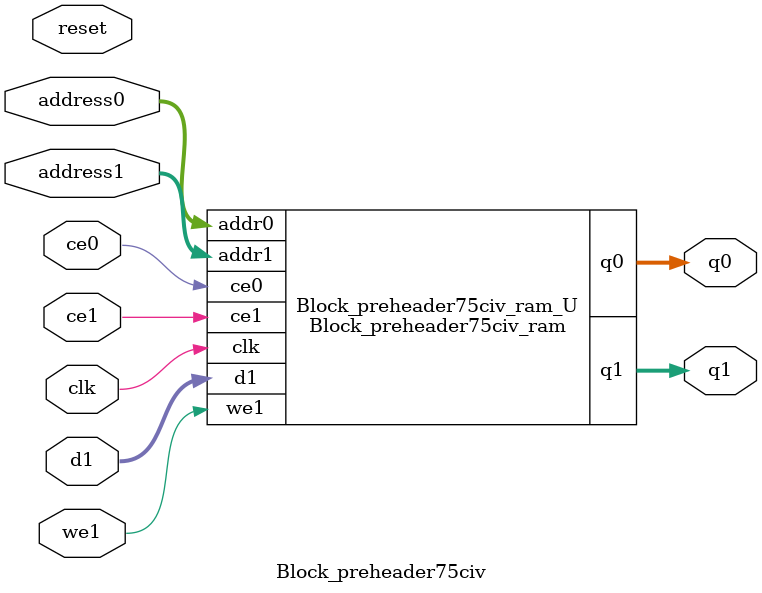
<source format=v>
`timescale 1 ns / 1 ps
module Block_preheader75civ_ram (addr0, ce0, q0, addr1, ce1, d1, we1, q1,  clk);

parameter DWIDTH = 5;
parameter AWIDTH = 8;
parameter MEM_SIZE = 192;

input[AWIDTH-1:0] addr0;
input ce0;
output reg[DWIDTH-1:0] q0;
input[AWIDTH-1:0] addr1;
input ce1;
input[DWIDTH-1:0] d1;
input we1;
output reg[DWIDTH-1:0] q1;
input clk;

(* ram_style = "distributed" *)reg [DWIDTH-1:0] ram[0:MEM_SIZE-1];




always @(posedge clk)  
begin 
    if (ce0) begin
        q0 <= ram[addr0];
    end
end


always @(posedge clk)  
begin 
    if (ce1) begin
        if (we1) 
            ram[addr1] <= d1; 
        q1 <= ram[addr1];
    end
end


endmodule

`timescale 1 ns / 1 ps
module Block_preheader75civ(
    reset,
    clk,
    address0,
    ce0,
    q0,
    address1,
    ce1,
    we1,
    d1,
    q1);

parameter DataWidth = 32'd5;
parameter AddressRange = 32'd192;
parameter AddressWidth = 32'd8;
input reset;
input clk;
input[AddressWidth - 1:0] address0;
input ce0;
output[DataWidth - 1:0] q0;
input[AddressWidth - 1:0] address1;
input ce1;
input we1;
input[DataWidth - 1:0] d1;
output[DataWidth - 1:0] q1;



Block_preheader75civ_ram Block_preheader75civ_ram_U(
    .clk( clk ),
    .addr0( address0 ),
    .ce0( ce0 ),
    .q0( q0 ),
    .addr1( address1 ),
    .ce1( ce1 ),
    .we1( we1 ),
    .d1( d1 ),
    .q1( q1 ));

endmodule


</source>
